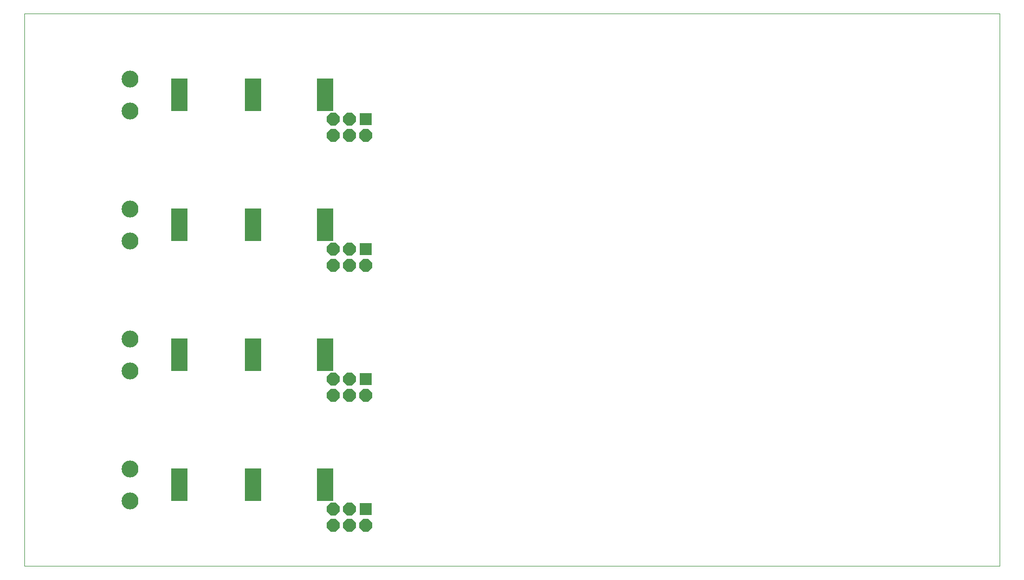
<source format=gbs>
G75*
G70*
%OFA0B0*%
%FSLAX24Y24*%
%IPPOS*%
%LPD*%
%AMOC8*
5,1,8,0,0,1.08239X$1,22.5*
%
%ADD10C,0.0000*%
%ADD11R,0.0780X0.0780*%
%ADD12OC8,0.0780*%
%ADD13R,0.1040X0.2040*%
%ADD14C,0.1040*%
D10*
X000100Y000100D02*
X060100Y000100D01*
X060100Y034100D01*
X000100Y034100D01*
X000100Y000100D01*
D11*
X021100Y003600D03*
X021100Y011600D03*
X021100Y019600D03*
X021100Y027600D03*
D12*
X020100Y027600D03*
X019100Y027600D03*
X019100Y026600D03*
X020100Y026600D03*
X021100Y026600D03*
X020100Y019600D03*
X019100Y019600D03*
X019100Y018600D03*
X020100Y018600D03*
X021100Y018600D03*
X020100Y011600D03*
X019100Y011600D03*
X019100Y010600D03*
X020100Y010600D03*
X021100Y010600D03*
X020100Y003600D03*
X019100Y003600D03*
X019100Y002600D03*
X020100Y002600D03*
X021100Y002600D03*
D13*
X018608Y005128D03*
X014179Y005100D03*
X009647Y005108D03*
X009647Y013108D03*
X014179Y013100D03*
X018608Y013128D03*
X018608Y021128D03*
X014179Y021100D03*
X009647Y021108D03*
X009647Y029108D03*
X014179Y029100D03*
X018608Y029128D03*
D14*
X006600Y030084D03*
X006600Y028116D03*
X006600Y022084D03*
X006600Y020116D03*
X006600Y014084D03*
X006600Y012116D03*
X006600Y006084D03*
X006600Y004116D03*
M02*

</source>
